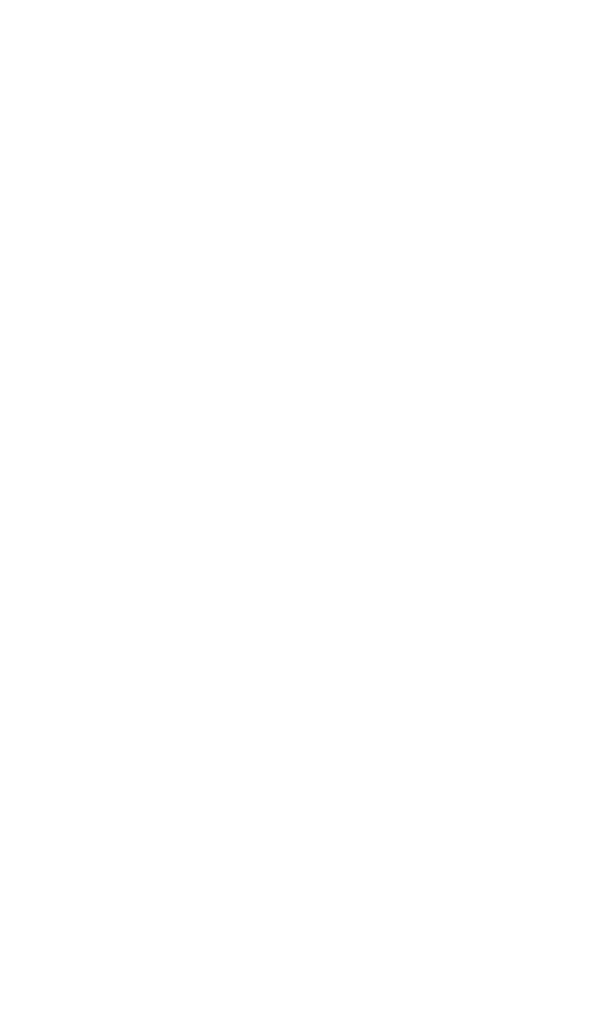
<source format=kicad_pcb>
(kicad_pcb (version 20171130) (host pcbnew 5.1.10-88a1d61d58~90~ubuntu20.04.1)

  (general
    (thickness 1.6)
    (drawings 98)
    (tracks 0)
    (zones 0)
    (modules 0)
    (nets 2)
  )

  (page USLetter)
  (title_block
    (title "Whooshy Sound 1590BBS drill guide")
    (date 2021-07-12)
    (rev 0)
    (comment 1 creativecommons.org/licenses/by/4.0/)
    (comment 2 "License: CC by 4.0")
    (comment 3 "Author: Jordan Aceto")
  )

  (layers
    (0 F.Cu signal hide)
    (31 B.Cu signal hide)
    (32 B.Adhes user)
    (33 F.Adhes user)
    (34 B.Paste user)
    (35 F.Paste user)
    (36 B.SilkS user)
    (37 F.SilkS user)
    (38 B.Mask user)
    (39 F.Mask user)
    (40 Dwgs.User user)
    (41 Cmts.User user)
    (42 Eco1.User user)
    (43 Eco2.User user)
    (44 Edge.Cuts user)
    (45 Margin user)
    (46 B.CrtYd user)
    (47 F.CrtYd user)
    (48 B.Fab user hide)
    (49 F.Fab user hide)
  )

  (setup
    (last_trace_width 0.25)
    (user_trace_width 0.3)
    (user_trace_width 0.4)
    (user_trace_width 0.5)
    (user_trace_width 1)
    (trace_clearance 0.2)
    (zone_clearance 0.508)
    (zone_45_only no)
    (trace_min 0.2)
    (via_size 0.8)
    (via_drill 0.4)
    (via_min_size 0.4)
    (via_min_drill 0.3)
    (user_via 1 0.8)
    (uvia_size 0.3)
    (uvia_drill 0.1)
    (uvias_allowed no)
    (uvia_min_size 0.2)
    (uvia_min_drill 0.1)
    (edge_width 0.05)
    (segment_width 0.2)
    (pcb_text_width 0.3)
    (pcb_text_size 1.5 1.5)
    (mod_edge_width 0.12)
    (mod_text_size 1 1)
    (mod_text_width 0.15)
    (pad_size 0.8 0.8)
    (pad_drill 0.5)
    (pad_to_mask_clearance 0.05)
    (aux_axis_origin 0 0)
    (visible_elements FFFFFF7F)
    (pcbplotparams
      (layerselection 0x00100_7ffffffe)
      (usegerberextensions true)
      (usegerberattributes false)
      (usegerberadvancedattributes false)
      (creategerberjobfile false)
      (excludeedgelayer true)
      (linewidth 0.100000)
      (plotframeref false)
      (viasonmask false)
      (mode 1)
      (useauxorigin false)
      (hpglpennumber 1)
      (hpglpenspeed 20)
      (hpglpendiameter 15.000000)
      (psnegative false)
      (psa4output false)
      (plotreference true)
      (plotvalue false)
      (plotinvisibletext false)
      (padsonsilk false)
      (subtractmaskfromsilk true)
      (outputformat 1)
      (mirror false)
      (drillshape 0)
      (scaleselection 1)
      (outputdirectory "../"))
  )

  (net 0 "")
  (net 1 GND)

  (net_class Default "This is the default net class."
    (clearance 0.2)
    (trace_width 0.25)
    (via_dia 0.8)
    (via_drill 0.4)
    (uvia_dia 0.3)
    (uvia_drill 0.1)
  )

  (gr_text "9vdc\njack" (at 92.71 50.8) (layer Dwgs.User) (tstamp 60EC918D)
    (effects (font (size 3 3) (thickness 0.15)))
  )
  (gr_text "1/4\" jacks" (at 115.57 55.88) (layer Dwgs.User) (tstamp 60EC918D)
    (effects (font (size 3 3) (thickness 0.15)))
  )
  (gr_text "1/4\" jacks" (at 71.12 55.88) (layer Dwgs.User) (tstamp 60EC916A)
    (effects (font (size 3 3) (thickness 0.15)))
  )
  (gr_circle (center 106.68 48.26) (end 111.48 48.26) (layer Dwgs.User) (width 0.15) (tstamp 60EC913B))
  (gr_circle (center 78.74 48.26) (end 83.54 48.26) (layer Dwgs.User) (width 0.15) (tstamp 60EC913A))
  (gr_circle (center 62.23 48.26) (end 67.03 48.26) (layer Dwgs.User) (width 0.15) (tstamp 60EC9139))
  (gr_circle (center 123.19 48.26) (end 127.99 48.26) (layer Dwgs.User) (width 0.15) (tstamp 60EC9138))
  (gr_arc (start 92.71 40.64) (end 95.884999 45.084999) (angle -288.9246444) (layer Dwgs.User) (width 0.15) (tstamp 60EC9137))
  (gr_line (start 89.535001 45.084999) (end 95.885 45.085) (layer Dwgs.User) (width 0.15) (tstamp 60EC9136))
  (gr_line (start 128.27 33.02) (end 57.15 33.02) (layer Dwgs.User) (width 0.15) (tstamp 60EC9135))
  (gr_line (start 57.15 33.02) (end 57.15 33.02) (layer Dwgs.User) (width 0.15) (tstamp 60EC9134))
  (gr_line (start 123.19 48.26) (end 123.19 42.545) (layer Dwgs.User) (width 0.15) (tstamp 60EC9133))
  (gr_line (start 78.74 48.26) (end 78.74 42.545) (layer Dwgs.User) (width 0.15) (tstamp 60EC9132))
  (gr_line (start 67.945 48.26) (end 56.515 48.26) (layer Dwgs.User) (width 0.15) (tstamp 60EC9131))
  (gr_line (start 62.23 48.26) (end 62.23 53.975) (layer Dwgs.User) (width 0.15) (tstamp 60EC9130))
  (gr_line (start 62.23 48.26) (end 62.23 42.545) (layer Dwgs.User) (width 0.15) (tstamp 60EC912F))
  (gr_line (start 99.06 40.64) (end 86.36 40.64) (layer Dwgs.User) (width 0.15) (tstamp 60EC912E))
  (gr_line (start 92.71 40.64) (end 92.71 46.99) (layer Dwgs.User) (width 0.15) (tstamp 60EC912D))
  (gr_line (start 92.71 40.64) (end 92.71 34.29) (layer Dwgs.User) (width 0.15) (tstamp 60EC912C))
  (gr_line (start 123.19 48.26) (end 123.19 53.975) (layer Dwgs.User) (width 0.15) (tstamp 60EC912B))
  (gr_line (start 128.905 48.26) (end 117.475 48.26) (layer Dwgs.User) (width 0.15) (tstamp 60EC912A))
  (gr_line (start 112.395 48.26) (end 100.965 48.26) (layer Dwgs.User) (width 0.15) (tstamp 60EC9129))
  (gr_line (start 106.68 48.26) (end 106.68 53.975) (layer Dwgs.User) (width 0.15) (tstamp 60EC9128))
  (gr_line (start 106.68 48.26) (end 106.68 42.545) (layer Dwgs.User) (width 0.15) (tstamp 60EC9127))
  (gr_line (start 84.455 48.26) (end 73.025 48.26) (layer Dwgs.User) (width 0.15) (tstamp 60EC9126))
  (gr_line (start 78.74 48.26) (end 78.74 53.975) (layer Dwgs.User) (width 0.15) (tstamp 60EC9125))
  (gr_arc (start 128.27 53.34) (end 128.27 58.42) (angle -90) (layer Dwgs.User) (width 0.15) (tstamp 60EC9124))
  (gr_arc (start 57.15 53.34) (end 52.07 53.34) (angle -90) (layer Dwgs.User) (width 0.15) (tstamp 60EC9123))
  (gr_arc (start 128.27 38.1) (end 133.35 38.1) (angle -90) (layer Dwgs.User) (width 0.15) (tstamp 60EC9122))
  (gr_line (start 133.35 53.34) (end 133.35 38.1) (layer Dwgs.User) (width 0.15) (tstamp 60EC9121))
  (gr_arc (start 57.15 38.1) (end 57.15 33.02) (angle -90) (layer Dwgs.User) (width 0.15) (tstamp 60EC9120))
  (gr_line (start 57.15 58.42) (end 128.27 58.42) (layer Dwgs.User) (width 0.15) (tstamp 60EC911F))
  (gr_line (start 52.07 38.1) (end 52.07 53.34) (layer Dwgs.User) (width 0.15) (tstamp 60EC911E))
  (gr_text "Hamond 1590BBS" (at 92.71 73.025) (layer Dwgs.User) (tstamp 60DB8631)
    (effects (font (size 3 3) (thickness 0.15)))
  )
  (gr_text pot (at 121.92 95.885) (layer Dwgs.User) (tstamp 60DB8631)
    (effects (font (size 3 3) (thickness 0.15)))
  )
  (gr_text pot (at 121.92 117.475) (layer Dwgs.User) (tstamp 60DB8631)
    (effects (font (size 3 3) (thickness 0.15)))
  )
  (gr_text pot (at 92.71 139.065) (layer Dwgs.User) (tstamp 60DB8631)
    (effects (font (size 3 3) (thickness 0.15)))
  )
  (gr_text pot (at 92.71 117.475) (layer Dwgs.User) (tstamp 60DB8631)
    (effects (font (size 3 3) (thickness 0.15)))
  )
  (gr_text pot (at 92.71 95.885) (layer Dwgs.User) (tstamp 60DB8631)
    (effects (font (size 3 3) (thickness 0.15)))
  )
  (gr_text pot (at 63.5 130.175) (layer Dwgs.User) (tstamp 60DB8631)
    (effects (font (size 3 3) (thickness 0.15)))
  )
  (gr_text pot (at 63.5 108.585) (layer Dwgs.User) (tstamp 60DB85EC)
    (effects (font (size 3 3) (thickness 0.15)))
  )
  (gr_text "toggle\nswitch" (at 121.92 139.065) (layer Dwgs.User) (tstamp 60DB85EC)
    (effects (font (size 3 3) (thickness 0.15)))
  )
  (gr_text footswitch (at 92.71 180.975) (layer Dwgs.User) (tstamp 60DB85EC)
    (effects (font (size 3 3) (thickness 0.15)))
  )
  (gr_text "5mm LED" (at 77.47 165.735) (layer Dwgs.User) (tstamp 60DB85EC)
    (effects (font (size 3 3) (thickness 0.15)))
  )
  (gr_text M3 (at 54.61 165.735) (layer Dwgs.User) (tstamp 60DB85EC)
    (effects (font (size 3 3) (thickness 0.15)))
  )
  (gr_text M3 (at 130.81 165.735) (layer Dwgs.User) (tstamp 60DB85EC)
    (effects (font (size 3 3) (thickness 0.15)))
  )
  (gr_text M3 (at 130.81 79.375) (layer Dwgs.User) (tstamp 60DB85EC)
    (effects (font (size 3 3) (thickness 0.15)))
  )
  (gr_text M3 (at 54.61 79.375) (layer Dwgs.User) (tstamp 60DB85EC)
    (effects (font (size 3 3) (thickness 0.15)))
  )
  (gr_line (start 49.53 86.36) (end 59.69 86.36) (layer Dwgs.User) (width 0.15) (tstamp 60DB85C5))
  (gr_line (start 54.61 91.44) (end 54.61 81.28) (layer Dwgs.User) (width 0.15) (tstamp 60DB85C4))
  (gr_line (start 125.73 86.36) (end 135.89 86.36) (layer Dwgs.User) (width 0.15) (tstamp 60DB85C5))
  (gr_line (start 130.81 91.44) (end 130.81 81.28) (layer Dwgs.User) (width 0.15) (tstamp 60DB85C4))
  (gr_line (start 116.84 104.14) (end 127 104.14) (layer Dwgs.User) (width 0.15) (tstamp 60DB85C5))
  (gr_line (start 121.92 109.22) (end 121.92 99.06) (layer Dwgs.User) (width 0.15) (tstamp 60DB85C4))
  (gr_line (start 87.63 104.14) (end 97.79 104.14) (layer Dwgs.User) (width 0.15) (tstamp 60DB85C5))
  (gr_line (start 92.71 109.22) (end 92.71 99.06) (layer Dwgs.User) (width 0.15) (tstamp 60DB85C4))
  (gr_line (start 58.42 116.84) (end 68.58 116.84) (layer Dwgs.User) (width 0.15) (tstamp 60DB85C5))
  (gr_line (start 63.5 121.92) (end 63.5 111.76) (layer Dwgs.User) (width 0.15) (tstamp 60DB85C4))
  (gr_line (start 116.84 125.73) (end 127 125.73) (layer Dwgs.User) (width 0.15) (tstamp 60DB85C5))
  (gr_line (start 121.92 130.81) (end 121.92 120.65) (layer Dwgs.User) (width 0.15) (tstamp 60DB85C4))
  (gr_line (start 87.63 125.73) (end 97.79 125.73) (layer Dwgs.User) (width 0.15) (tstamp 60DB85C5))
  (gr_line (start 92.71 130.81) (end 92.71 120.65) (layer Dwgs.User) (width 0.15) (tstamp 60DB85C4))
  (gr_line (start 87.63 147.32) (end 97.79 147.32) (layer Dwgs.User) (width 0.15) (tstamp 60DB85C5))
  (gr_line (start 92.71 152.4) (end 92.71 142.24) (layer Dwgs.User) (width 0.15) (tstamp 60DB85C4))
  (gr_line (start 116.84 147.32) (end 127 147.32) (layer Dwgs.User) (width 0.15) (tstamp 60DB85C5))
  (gr_line (start 121.92 152.4) (end 121.92 142.24) (layer Dwgs.User) (width 0.15) (tstamp 60DB85C4))
  (gr_line (start 125.73 172.72) (end 135.89 172.72) (layer Dwgs.User) (width 0.15) (tstamp 60DB85C5))
  (gr_line (start 130.81 177.8) (end 130.81 167.64) (layer Dwgs.User) (width 0.15) (tstamp 60DB85C4))
  (gr_line (start 87.63 172.72) (end 97.79 172.72) (layer Dwgs.User) (width 0.15) (tstamp 60DB85C5))
  (gr_line (start 92.71 177.8) (end 92.71 167.64) (layer Dwgs.User) (width 0.15) (tstamp 60DB85C4))
  (gr_line (start 72.39 172.72) (end 82.55 172.72) (layer Dwgs.User) (width 0.15) (tstamp 60DB85C5))
  (gr_line (start 77.47 177.8) (end 77.47 167.64) (layer Dwgs.User) (width 0.15) (tstamp 60DB85C4))
  (gr_line (start 49.53 172.72) (end 59.69 172.72) (layer Dwgs.User) (width 0.15) (tstamp 60DB85C5))
  (gr_line (start 54.61 177.8) (end 54.61 167.64) (layer Dwgs.User) (width 0.15) (tstamp 60DB85C4))
  (gr_line (start 63.5 143.51) (end 63.5 133.35) (layer Dwgs.User) (width 0.15) (tstamp 60DB843B))
  (gr_line (start 58.42 138.43) (end 68.58 138.43) (layer Dwgs.User) (width 0.15) (tstamp 60DB843A))
  (gr_circle (center 77.47 172.72) (end 80.02 172.72) (layer Dwgs.User) (width 0.15) (tstamp 60DB84F6))
  (gr_circle (center 130.81 86.36) (end 132.36 86.36) (layer Dwgs.User) (width 0.15) (tstamp 60DB8488))
  (gr_circle (center 54.61 86.36) (end 56.16 86.36) (layer Dwgs.User) (width 0.15) (tstamp 60DB8488))
  (gr_circle (center 54.61 172.72) (end 56.16 172.72) (layer Dwgs.User) (width 0.15) (tstamp 60DB8488))
  (gr_circle (center 130.81 172.72) (end 132.36 172.72) (layer Dwgs.User) (width 0.15))
  (gr_arc (start 135.255 71.755) (end 137.795 71.755) (angle -90) (layer Dwgs.User) (width 0.15) (tstamp 60CD313B))
  (gr_arc (start 135.255 182.245) (end 135.255 184.785) (angle -90) (layer Dwgs.User) (width 0.15) (tstamp 60CD313B))
  (gr_arc (start 50.165 182.245) (end 47.625 182.245) (angle -90) (layer Dwgs.User) (width 0.15) (tstamp 60CD313B))
  (gr_arc (start 50.165 71.755) (end 50.165 69.215) (angle -90) (layer Dwgs.User) (width 0.15))
  (gr_line (start 50.165 184.785) (end 135.255 184.785) (layer Dwgs.User) (width 0.15) (tstamp 60CD3114))
  (gr_line (start 47.625 71.755) (end 47.625 182.245) (layer Dwgs.User) (width 0.15))
  (gr_line (start 137.795 71.755) (end 137.795 182.245) (layer Dwgs.User) (width 0.15))
  (gr_line (start 50.165 69.215) (end 135.255 69.215) (layer Dwgs.User) (width 0.15))
  (gr_circle (center 92.71 172.72) (end 96.79 172.72) (layer Dwgs.User) (width 0.15))
  (gr_circle (center 92.71 147.32) (end 96.26 147.32) (layer Dwgs.User) (width 0.15) (tstamp 60CCFA57))
  (gr_circle (center 63.5 138.43) (end 67.05 138.43) (layer Dwgs.User) (width 0.15) (tstamp 60CCFA57))
  (gr_circle (center 121.92 147.32) (end 124.97 147.32) (layer Dwgs.User) (width 0.15) (tstamp 60CCFA57))
  (gr_circle (center 121.92 125.73) (end 125.47 125.73) (layer Dwgs.User) (width 0.15) (tstamp 60CCFA57))
  (gr_circle (center 92.71 125.73) (end 96.26 125.73) (layer Dwgs.User) (width 0.15) (tstamp 60CCFA57))
  (gr_circle (center 63.5 116.84) (end 67.05 116.84) (layer Dwgs.User) (width 0.15) (tstamp 5F20212B))
  (gr_circle (center 92.71 104.14) (end 96.26 104.14) (layer Dwgs.User) (width 0.15) (tstamp 5F20212B))
  (gr_circle (center 121.92 104.14) (end 125.47 104.14) (layer Dwgs.User) (width 0.15))

  (zone (net 1) (net_name GND) (layer F.Cu) (tstamp 60DB82AA) (hatch edge 0.508)
    (connect_pads (clearance 0.508))
    (min_thickness 0.254)
    (fill yes (arc_segments 32) (thermal_gap 0.508) (thermal_bridge_width 0.508))
    (polygon
      (pts
        (xy 162.56 139.7) (xy 71.12 139.7) (xy 71.12 33.02) (xy 162.56 33.02)
      )
    )
  )
  (zone (net 1) (net_name GND) (layer B.Cu) (tstamp 60DB82A7) (hatch edge 0.508)
    (connect_pads (clearance 0.508))
    (min_thickness 0.254)
    (fill yes (arc_segments 32) (thermal_gap 0.508) (thermal_bridge_width 0.508))
    (polygon
      (pts
        (xy 165.1 142.24) (xy 68.58 142.24) (xy 68.58 30.48) (xy 165.1 30.48)
      )
    )
  )
)

</source>
